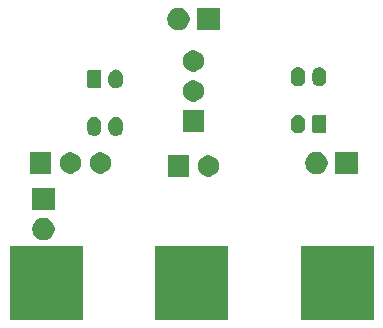
<source format=gbr>
G04 #@! TF.GenerationSoftware,KiCad,Pcbnew,(5.1.5)-3*
G04 #@! TF.CreationDate,2020-04-08T22:33:11-07:00*
G04 #@! TF.ProjectId,microbug,6d696372-6f62-4756-972e-6b696361645f,rev?*
G04 #@! TF.SameCoordinates,Original*
G04 #@! TF.FileFunction,Soldermask,Top*
G04 #@! TF.FilePolarity,Negative*
%FSLAX46Y46*%
G04 Gerber Fmt 4.6, Leading zero omitted, Abs format (unit mm)*
G04 Created by KiCad (PCBNEW (5.1.5)-3) date 2020-04-08 22:33:11*
%MOMM*%
%LPD*%
G04 APERTURE LIST*
%ADD10C,0.100000*%
G04 APERTURE END LIST*
D10*
G36*
X54915000Y-83871000D02*
G01*
X48717000Y-83871000D01*
X48717000Y-77673000D01*
X54915000Y-77673000D01*
X54915000Y-83871000D01*
G37*
G36*
X79553000Y-83871000D02*
G01*
X73355000Y-83871000D01*
X73355000Y-77673000D01*
X79553000Y-77673000D01*
X79553000Y-83871000D01*
G37*
G36*
X67234000Y-83871000D02*
G01*
X61036000Y-83871000D01*
X61036000Y-77673000D01*
X67234000Y-77673000D01*
X67234000Y-83871000D01*
G37*
G36*
X51839395Y-75285546D02*
G01*
X52012466Y-75357234D01*
X52012467Y-75357235D01*
X52168227Y-75461310D01*
X52300690Y-75593773D01*
X52300691Y-75593775D01*
X52404766Y-75749534D01*
X52476454Y-75922605D01*
X52513000Y-76106333D01*
X52513000Y-76293667D01*
X52476454Y-76477395D01*
X52404766Y-76650466D01*
X52404765Y-76650467D01*
X52300690Y-76806227D01*
X52168227Y-76938690D01*
X52089818Y-76991081D01*
X52012466Y-77042766D01*
X51839395Y-77114454D01*
X51655667Y-77151000D01*
X51468333Y-77151000D01*
X51284605Y-77114454D01*
X51111534Y-77042766D01*
X51034182Y-76991081D01*
X50955773Y-76938690D01*
X50823310Y-76806227D01*
X50719235Y-76650467D01*
X50719234Y-76650466D01*
X50647546Y-76477395D01*
X50611000Y-76293667D01*
X50611000Y-76106333D01*
X50647546Y-75922605D01*
X50719234Y-75749534D01*
X50823309Y-75593775D01*
X50823310Y-75593773D01*
X50955773Y-75461310D01*
X51111533Y-75357235D01*
X51111534Y-75357234D01*
X51284605Y-75285546D01*
X51468333Y-75249000D01*
X51655667Y-75249000D01*
X51839395Y-75285546D01*
G37*
G36*
X52513000Y-74611000D02*
G01*
X50611000Y-74611000D01*
X50611000Y-72709000D01*
X52513000Y-72709000D01*
X52513000Y-74611000D01*
G37*
G36*
X65645512Y-69969927D02*
G01*
X65794812Y-69999624D01*
X65958784Y-70067544D01*
X66106354Y-70166147D01*
X66231853Y-70291646D01*
X66330456Y-70439216D01*
X66398376Y-70603188D01*
X66433000Y-70777259D01*
X66433000Y-70954741D01*
X66398376Y-71128812D01*
X66330456Y-71292784D01*
X66231853Y-71440354D01*
X66106354Y-71565853D01*
X65958784Y-71664456D01*
X65794812Y-71732376D01*
X65645512Y-71762073D01*
X65620742Y-71767000D01*
X65443258Y-71767000D01*
X65418488Y-71762073D01*
X65269188Y-71732376D01*
X65105216Y-71664456D01*
X64957646Y-71565853D01*
X64832147Y-71440354D01*
X64733544Y-71292784D01*
X64665624Y-71128812D01*
X64631000Y-70954741D01*
X64631000Y-70777259D01*
X64665624Y-70603188D01*
X64733544Y-70439216D01*
X64832147Y-70291646D01*
X64957646Y-70166147D01*
X65105216Y-70067544D01*
X65269188Y-69999624D01*
X65418488Y-69969927D01*
X65443258Y-69965000D01*
X65620742Y-69965000D01*
X65645512Y-69969927D01*
G37*
G36*
X63893000Y-71767000D02*
G01*
X62091000Y-71767000D01*
X62091000Y-69965000D01*
X63893000Y-69965000D01*
X63893000Y-71767000D01*
G37*
G36*
X78167000Y-71563000D02*
G01*
X76265000Y-71563000D01*
X76265000Y-69661000D01*
X78167000Y-69661000D01*
X78167000Y-71563000D01*
G37*
G36*
X74953395Y-69697546D02*
G01*
X75126466Y-69769234D01*
X75126467Y-69769235D01*
X75282227Y-69873310D01*
X75414690Y-70005773D01*
X75414691Y-70005775D01*
X75518766Y-70161534D01*
X75590454Y-70334605D01*
X75627000Y-70518333D01*
X75627000Y-70705667D01*
X75590454Y-70889395D01*
X75518766Y-71062466D01*
X75518765Y-71062467D01*
X75414690Y-71218227D01*
X75282227Y-71350690D01*
X75203818Y-71403081D01*
X75126466Y-71454766D01*
X74953395Y-71526454D01*
X74769667Y-71563000D01*
X74582333Y-71563000D01*
X74398605Y-71526454D01*
X74225534Y-71454766D01*
X74148182Y-71403081D01*
X74069773Y-71350690D01*
X73937310Y-71218227D01*
X73833235Y-71062467D01*
X73833234Y-71062466D01*
X73761546Y-70889395D01*
X73725000Y-70705667D01*
X73725000Y-70518333D01*
X73761546Y-70334605D01*
X73833234Y-70161534D01*
X73937309Y-70005775D01*
X73937310Y-70005773D01*
X74069773Y-69873310D01*
X74225533Y-69769235D01*
X74225534Y-69769234D01*
X74398605Y-69697546D01*
X74582333Y-69661000D01*
X74769667Y-69661000D01*
X74953395Y-69697546D01*
G37*
G36*
X52209000Y-71513000D02*
G01*
X50407000Y-71513000D01*
X50407000Y-69711000D01*
X52209000Y-69711000D01*
X52209000Y-71513000D01*
G37*
G36*
X53961512Y-69715927D02*
G01*
X54110812Y-69745624D01*
X54274784Y-69813544D01*
X54422354Y-69912147D01*
X54547853Y-70037646D01*
X54646456Y-70185216D01*
X54714376Y-70349188D01*
X54749000Y-70523259D01*
X54749000Y-70700741D01*
X54714376Y-70874812D01*
X54646456Y-71038784D01*
X54547853Y-71186354D01*
X54422354Y-71311853D01*
X54274784Y-71410456D01*
X54110812Y-71478376D01*
X53961512Y-71508073D01*
X53936742Y-71513000D01*
X53759258Y-71513000D01*
X53734488Y-71508073D01*
X53585188Y-71478376D01*
X53421216Y-71410456D01*
X53273646Y-71311853D01*
X53148147Y-71186354D01*
X53049544Y-71038784D01*
X52981624Y-70874812D01*
X52947000Y-70700741D01*
X52947000Y-70523259D01*
X52981624Y-70349188D01*
X53049544Y-70185216D01*
X53148147Y-70037646D01*
X53273646Y-69912147D01*
X53421216Y-69813544D01*
X53585188Y-69745624D01*
X53734488Y-69715927D01*
X53759258Y-69711000D01*
X53936742Y-69711000D01*
X53961512Y-69715927D01*
G37*
G36*
X56501512Y-69715927D02*
G01*
X56650812Y-69745624D01*
X56814784Y-69813544D01*
X56962354Y-69912147D01*
X57087853Y-70037646D01*
X57186456Y-70185216D01*
X57254376Y-70349188D01*
X57289000Y-70523259D01*
X57289000Y-70700741D01*
X57254376Y-70874812D01*
X57186456Y-71038784D01*
X57087853Y-71186354D01*
X56962354Y-71311853D01*
X56814784Y-71410456D01*
X56650812Y-71478376D01*
X56501512Y-71508073D01*
X56476742Y-71513000D01*
X56299258Y-71513000D01*
X56274488Y-71508073D01*
X56125188Y-71478376D01*
X55961216Y-71410456D01*
X55813646Y-71311853D01*
X55688147Y-71186354D01*
X55589544Y-71038784D01*
X55521624Y-70874812D01*
X55487000Y-70700741D01*
X55487000Y-70523259D01*
X55521624Y-70349188D01*
X55589544Y-70185216D01*
X55688147Y-70037646D01*
X55813646Y-69912147D01*
X55961216Y-69813544D01*
X56125188Y-69745624D01*
X56274488Y-69715927D01*
X56299258Y-69711000D01*
X56476742Y-69711000D01*
X56501512Y-69715927D01*
G37*
G36*
X55997817Y-66707696D02*
G01*
X56111104Y-66742062D01*
X56215511Y-66797869D01*
X56215513Y-66797870D01*
X56215512Y-66797870D01*
X56307027Y-66872973D01*
X56370711Y-66950572D01*
X56382131Y-66964488D01*
X56437938Y-67068895D01*
X56472304Y-67182182D01*
X56481000Y-67270481D01*
X56481000Y-67729518D01*
X56472304Y-67817818D01*
X56437938Y-67931105D01*
X56382131Y-68035512D01*
X56307027Y-68127027D01*
X56215512Y-68202131D01*
X56111105Y-68257938D01*
X55997818Y-68292304D01*
X55880000Y-68303907D01*
X55762183Y-68292304D01*
X55648896Y-68257938D01*
X55544489Y-68202131D01*
X55452974Y-68127027D01*
X55377869Y-68035512D01*
X55322062Y-67931105D01*
X55287696Y-67817818D01*
X55279000Y-67729519D01*
X55279000Y-67270482D01*
X55287696Y-67182183D01*
X55322062Y-67068896D01*
X55377869Y-66964489D01*
X55391338Y-66948077D01*
X55452973Y-66872973D01*
X55544487Y-66797870D01*
X55544486Y-66797870D01*
X55544488Y-66797869D01*
X55648895Y-66742062D01*
X55762182Y-66707696D01*
X55880000Y-66696093D01*
X55997817Y-66707696D01*
G37*
G36*
X57797817Y-66707696D02*
G01*
X57911104Y-66742062D01*
X58015511Y-66797869D01*
X58015513Y-66797870D01*
X58015512Y-66797870D01*
X58107027Y-66872973D01*
X58170711Y-66950572D01*
X58182131Y-66964488D01*
X58237938Y-67068895D01*
X58272304Y-67182182D01*
X58281000Y-67270481D01*
X58281000Y-67729518D01*
X58272304Y-67817818D01*
X58237938Y-67931105D01*
X58182131Y-68035512D01*
X58107027Y-68127027D01*
X58015512Y-68202131D01*
X57911105Y-68257938D01*
X57797818Y-68292304D01*
X57680000Y-68303907D01*
X57562183Y-68292304D01*
X57448896Y-68257938D01*
X57344489Y-68202131D01*
X57252974Y-68127027D01*
X57177869Y-68035512D01*
X57122062Y-67931105D01*
X57087696Y-67817818D01*
X57079000Y-67729519D01*
X57079000Y-67270482D01*
X57087696Y-67182183D01*
X57122062Y-67068896D01*
X57177869Y-66964489D01*
X57191338Y-66948077D01*
X57252973Y-66872973D01*
X57344487Y-66797870D01*
X57344486Y-66797870D01*
X57344488Y-66797869D01*
X57448895Y-66742062D01*
X57562182Y-66707696D01*
X57680000Y-66696093D01*
X57797817Y-66707696D01*
G37*
G36*
X73247818Y-66517696D02*
G01*
X73361105Y-66552062D01*
X73465512Y-66607869D01*
X73557027Y-66682973D01*
X73632131Y-66774488D01*
X73687938Y-66878895D01*
X73722304Y-66992182D01*
X73731000Y-67080482D01*
X73731000Y-67539519D01*
X73722304Y-67627818D01*
X73687938Y-67741105D01*
X73632131Y-67845512D01*
X73632130Y-67845513D01*
X73557027Y-67937027D01*
X73532689Y-67957000D01*
X73465511Y-68012131D01*
X73361104Y-68067938D01*
X73247817Y-68102304D01*
X73130000Y-68113907D01*
X73012182Y-68102304D01*
X72898895Y-68067938D01*
X72794488Y-68012131D01*
X72760772Y-67984461D01*
X72702973Y-67937027D01*
X72627870Y-67845512D01*
X72627869Y-67845511D01*
X72572062Y-67741104D01*
X72537696Y-67627817D01*
X72529000Y-67539518D01*
X72529000Y-67080481D01*
X72537696Y-66992182D01*
X72572062Y-66878895D01*
X72627869Y-66774488D01*
X72702974Y-66682973D01*
X72794489Y-66607869D01*
X72898896Y-66552062D01*
X73012183Y-66517696D01*
X73130000Y-66506093D01*
X73247818Y-66517696D01*
G37*
G36*
X75366195Y-66513524D02*
G01*
X75404461Y-66525133D01*
X75439733Y-66543986D01*
X75470646Y-66569354D01*
X75496014Y-66600267D01*
X75514867Y-66635539D01*
X75526476Y-66673805D01*
X75531000Y-66719744D01*
X75531000Y-67900256D01*
X75526476Y-67946195D01*
X75514867Y-67984461D01*
X75496014Y-68019733D01*
X75470646Y-68050646D01*
X75439733Y-68076014D01*
X75404461Y-68094867D01*
X75366195Y-68106476D01*
X75320256Y-68111000D01*
X74539744Y-68111000D01*
X74493805Y-68106476D01*
X74455539Y-68094867D01*
X74420267Y-68076014D01*
X74389354Y-68050646D01*
X74363986Y-68019733D01*
X74345133Y-67984461D01*
X74333524Y-67946195D01*
X74329000Y-67900256D01*
X74329000Y-66719744D01*
X74333524Y-66673805D01*
X74345133Y-66635539D01*
X74363986Y-66600267D01*
X74389354Y-66569354D01*
X74420267Y-66543986D01*
X74455539Y-66525133D01*
X74493805Y-66513524D01*
X74539744Y-66509000D01*
X75320256Y-66509000D01*
X75366195Y-66513524D01*
G37*
G36*
X65163000Y-67957000D02*
G01*
X63361000Y-67957000D01*
X63361000Y-66155000D01*
X65163000Y-66155000D01*
X65163000Y-67957000D01*
G37*
G36*
X64375512Y-63619927D02*
G01*
X64524812Y-63649624D01*
X64688784Y-63717544D01*
X64836354Y-63816147D01*
X64961853Y-63941646D01*
X65060456Y-64089216D01*
X65128376Y-64253188D01*
X65163000Y-64427259D01*
X65163000Y-64604741D01*
X65128376Y-64778812D01*
X65060456Y-64942784D01*
X64961853Y-65090354D01*
X64836354Y-65215853D01*
X64688784Y-65314456D01*
X64524812Y-65382376D01*
X64375512Y-65412073D01*
X64350742Y-65417000D01*
X64173258Y-65417000D01*
X64148488Y-65412073D01*
X63999188Y-65382376D01*
X63835216Y-65314456D01*
X63687646Y-65215853D01*
X63562147Y-65090354D01*
X63463544Y-64942784D01*
X63395624Y-64778812D01*
X63361000Y-64604741D01*
X63361000Y-64427259D01*
X63395624Y-64253188D01*
X63463544Y-64089216D01*
X63562147Y-63941646D01*
X63687646Y-63816147D01*
X63835216Y-63717544D01*
X63999188Y-63649624D01*
X64148488Y-63619927D01*
X64173258Y-63615000D01*
X64350742Y-63615000D01*
X64375512Y-63619927D01*
G37*
G36*
X57797817Y-62707696D02*
G01*
X57911104Y-62742062D01*
X58015511Y-62797869D01*
X58015513Y-62797870D01*
X58015512Y-62797870D01*
X58107027Y-62872973D01*
X58170711Y-62950572D01*
X58182131Y-62964488D01*
X58237938Y-63068895D01*
X58272304Y-63182182D01*
X58281000Y-63270481D01*
X58281000Y-63729518D01*
X58272304Y-63817818D01*
X58237938Y-63931105D01*
X58182131Y-64035512D01*
X58107027Y-64127027D01*
X58015512Y-64202131D01*
X57911105Y-64257938D01*
X57797818Y-64292304D01*
X57680000Y-64303907D01*
X57562183Y-64292304D01*
X57448896Y-64257938D01*
X57344489Y-64202131D01*
X57252974Y-64127027D01*
X57177869Y-64035512D01*
X57122062Y-63931105D01*
X57087696Y-63817818D01*
X57079000Y-63729519D01*
X57079000Y-63270482D01*
X57087696Y-63182183D01*
X57122062Y-63068896D01*
X57177869Y-62964489D01*
X57215510Y-62918623D01*
X57252973Y-62872973D01*
X57344487Y-62797870D01*
X57344486Y-62797870D01*
X57344488Y-62797869D01*
X57448895Y-62742062D01*
X57562182Y-62707696D01*
X57680000Y-62696093D01*
X57797817Y-62707696D01*
G37*
G36*
X56316195Y-62703524D02*
G01*
X56354461Y-62715133D01*
X56389733Y-62733986D01*
X56420646Y-62759354D01*
X56446014Y-62790267D01*
X56464867Y-62825539D01*
X56476476Y-62863805D01*
X56481000Y-62909744D01*
X56481000Y-64090256D01*
X56476476Y-64136195D01*
X56464867Y-64174461D01*
X56446014Y-64209733D01*
X56420646Y-64240646D01*
X56389733Y-64266014D01*
X56354461Y-64284867D01*
X56316195Y-64296476D01*
X56270256Y-64301000D01*
X55489744Y-64301000D01*
X55443805Y-64296476D01*
X55405539Y-64284867D01*
X55370267Y-64266014D01*
X55339354Y-64240646D01*
X55313986Y-64209733D01*
X55295133Y-64174461D01*
X55283524Y-64136195D01*
X55279000Y-64090256D01*
X55279000Y-62909744D01*
X55283524Y-62863805D01*
X55295133Y-62825539D01*
X55313986Y-62790267D01*
X55339354Y-62759354D01*
X55370267Y-62733986D01*
X55405539Y-62715133D01*
X55443805Y-62703524D01*
X55489744Y-62699000D01*
X56270256Y-62699000D01*
X56316195Y-62703524D01*
G37*
G36*
X75047818Y-62517696D02*
G01*
X75161105Y-62552062D01*
X75265512Y-62607869D01*
X75357027Y-62682973D01*
X75432131Y-62774488D01*
X75487938Y-62878895D01*
X75522304Y-62992182D01*
X75531000Y-63080482D01*
X75531000Y-63539519D01*
X75522304Y-63627818D01*
X75487938Y-63741105D01*
X75432131Y-63845512D01*
X75432130Y-63845513D01*
X75357027Y-63937027D01*
X75281923Y-63998662D01*
X75265511Y-64012131D01*
X75161104Y-64067938D01*
X75047817Y-64102304D01*
X74930000Y-64113907D01*
X74812182Y-64102304D01*
X74698895Y-64067938D01*
X74594488Y-64012131D01*
X74580572Y-64000711D01*
X74502973Y-63937027D01*
X74427870Y-63845512D01*
X74413066Y-63817816D01*
X74372062Y-63741104D01*
X74337696Y-63627817D01*
X74329000Y-63539518D01*
X74329000Y-63080481D01*
X74337696Y-62992182D01*
X74372062Y-62878895D01*
X74427869Y-62774488D01*
X74502974Y-62682973D01*
X74594489Y-62607869D01*
X74698896Y-62552062D01*
X74812183Y-62517696D01*
X74930000Y-62506093D01*
X75047818Y-62517696D01*
G37*
G36*
X73247818Y-62517696D02*
G01*
X73361105Y-62552062D01*
X73465512Y-62607869D01*
X73557027Y-62682973D01*
X73632131Y-62774488D01*
X73687938Y-62878895D01*
X73722304Y-62992182D01*
X73731000Y-63080482D01*
X73731000Y-63539519D01*
X73722304Y-63627818D01*
X73687938Y-63741105D01*
X73632131Y-63845512D01*
X73632130Y-63845513D01*
X73557027Y-63937027D01*
X73481923Y-63998662D01*
X73465511Y-64012131D01*
X73361104Y-64067938D01*
X73247817Y-64102304D01*
X73130000Y-64113907D01*
X73012182Y-64102304D01*
X72898895Y-64067938D01*
X72794488Y-64012131D01*
X72780572Y-64000711D01*
X72702973Y-63937027D01*
X72627870Y-63845512D01*
X72613066Y-63817816D01*
X72572062Y-63741104D01*
X72537696Y-63627817D01*
X72529000Y-63539518D01*
X72529000Y-63080481D01*
X72537696Y-62992182D01*
X72572062Y-62878895D01*
X72627869Y-62774488D01*
X72702974Y-62682973D01*
X72794489Y-62607869D01*
X72898896Y-62552062D01*
X73012183Y-62517696D01*
X73130000Y-62506093D01*
X73247818Y-62517696D01*
G37*
G36*
X64375512Y-61079927D02*
G01*
X64524812Y-61109624D01*
X64688784Y-61177544D01*
X64836354Y-61276147D01*
X64961853Y-61401646D01*
X65060456Y-61549216D01*
X65128376Y-61713188D01*
X65163000Y-61887259D01*
X65163000Y-62064741D01*
X65128376Y-62238812D01*
X65060456Y-62402784D01*
X64961853Y-62550354D01*
X64836354Y-62675853D01*
X64688784Y-62774456D01*
X64524812Y-62842376D01*
X64375512Y-62872073D01*
X64350742Y-62877000D01*
X64173258Y-62877000D01*
X64148488Y-62872073D01*
X63999188Y-62842376D01*
X63835216Y-62774456D01*
X63687646Y-62675853D01*
X63562147Y-62550354D01*
X63463544Y-62402784D01*
X63395624Y-62238812D01*
X63361000Y-62064741D01*
X63361000Y-61887259D01*
X63395624Y-61713188D01*
X63463544Y-61549216D01*
X63562147Y-61401646D01*
X63687646Y-61276147D01*
X63835216Y-61177544D01*
X63999188Y-61109624D01*
X64148488Y-61079927D01*
X64173258Y-61075000D01*
X64350742Y-61075000D01*
X64375512Y-61079927D01*
G37*
G36*
X63269395Y-57505546D02*
G01*
X63442466Y-57577234D01*
X63442467Y-57577235D01*
X63598227Y-57681310D01*
X63730690Y-57813773D01*
X63730691Y-57813775D01*
X63834766Y-57969534D01*
X63906454Y-58142605D01*
X63943000Y-58326333D01*
X63943000Y-58513667D01*
X63906454Y-58697395D01*
X63834766Y-58870466D01*
X63834765Y-58870467D01*
X63730690Y-59026227D01*
X63598227Y-59158690D01*
X63519818Y-59211081D01*
X63442466Y-59262766D01*
X63269395Y-59334454D01*
X63085667Y-59371000D01*
X62898333Y-59371000D01*
X62714605Y-59334454D01*
X62541534Y-59262766D01*
X62464182Y-59211081D01*
X62385773Y-59158690D01*
X62253310Y-59026227D01*
X62149235Y-58870467D01*
X62149234Y-58870466D01*
X62077546Y-58697395D01*
X62041000Y-58513667D01*
X62041000Y-58326333D01*
X62077546Y-58142605D01*
X62149234Y-57969534D01*
X62253309Y-57813775D01*
X62253310Y-57813773D01*
X62385773Y-57681310D01*
X62541533Y-57577235D01*
X62541534Y-57577234D01*
X62714605Y-57505546D01*
X62898333Y-57469000D01*
X63085667Y-57469000D01*
X63269395Y-57505546D01*
G37*
G36*
X66483000Y-59371000D02*
G01*
X64581000Y-59371000D01*
X64581000Y-57469000D01*
X66483000Y-57469000D01*
X66483000Y-59371000D01*
G37*
M02*

</source>
